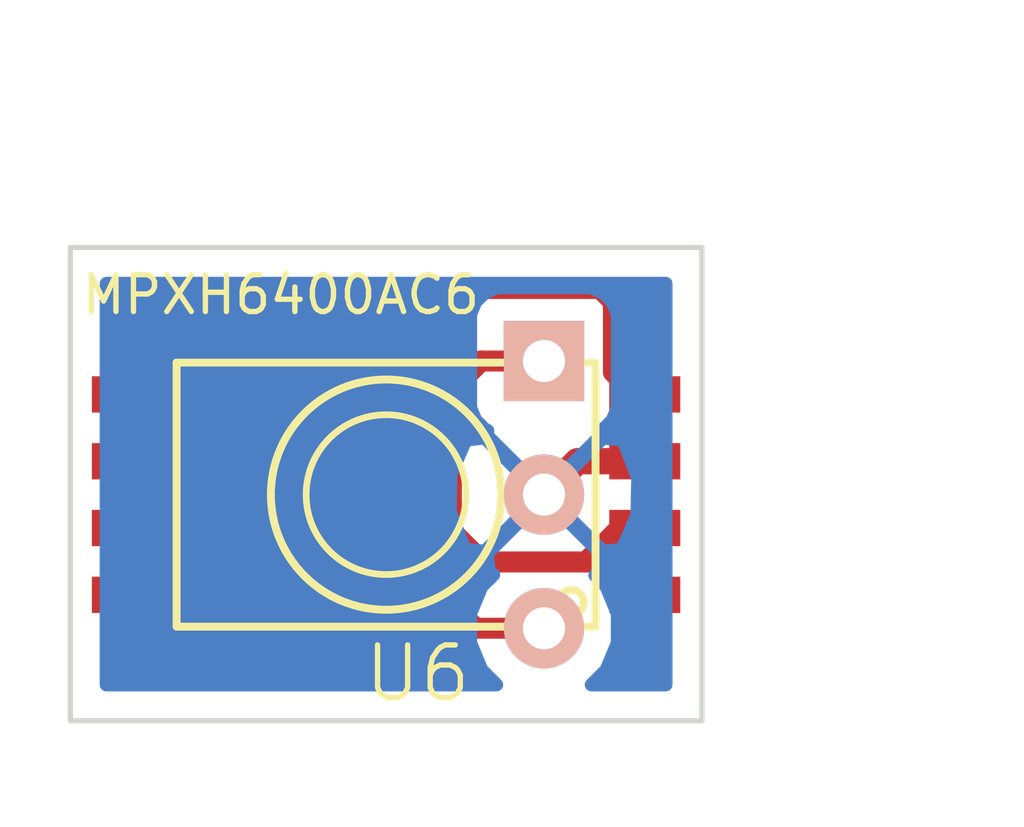
<source format=kicad_pcb>
(kicad_pcb (version 3) (host pcbnew "(2013-jul-07)-stable")

  (general
    (links 3)
    (no_connects 0)
    (area 233.964287 141.950001 256.785715 159.3)
    (thickness 1.6)
    (drawings 7)
    (tracks 18)
    (zones 0)
    (modules 2)
    (nets 4)
  )

  (page A3)
  (layers
    (15 F.Cu signal)
    (0 B.Cu signal)
    (16 B.Adhes user)
    (17 F.Adhes user)
    (18 B.Paste user)
    (19 F.Paste user)
    (20 B.SilkS user)
    (21 F.SilkS user)
    (22 B.Mask user)
    (23 F.Mask user)
    (24 Dwgs.User user)
    (25 Cmts.User user)
    (26 Eco1.User user)
    (27 Eco2.User user)
    (28 Edge.Cuts user)
  )

  (setup
    (last_trace_width 0.254)
    (trace_clearance 0.254)
    (zone_clearance 0.508)
    (zone_45_only no)
    (trace_min 0.254)
    (segment_width 0.2)
    (edge_width 0.1)
    (via_size 0.889)
    (via_drill 0.635)
    (via_min_size 0.889)
    (via_min_drill 0.508)
    (uvia_size 0.508)
    (uvia_drill 0.127)
    (uvias_allowed no)
    (uvia_min_size 0.508)
    (uvia_min_drill 0.127)
    (pcb_text_width 0.3)
    (pcb_text_size 1.5 1.5)
    (mod_edge_width 0.15)
    (mod_text_size 1 1)
    (mod_text_width 0.15)
    (pad_size 1.524 1.524)
    (pad_drill 0.8001)
    (pad_to_mask_clearance 0)
    (aux_axis_origin 0 0)
    (visible_elements 7FFFFFFF)
    (pcbplotparams
      (layerselection 3178497)
      (usegerberextensions true)
      (excludeedgelayer true)
      (linewidth 0.150000)
      (plotframeref false)
      (viasonmask false)
      (mode 1)
      (useauxorigin false)
      (hpglpennumber 1)
      (hpglpenspeed 20)
      (hpglpendiameter 15)
      (hpglpenoverlay 2)
      (psnegative false)
      (psa4output false)
      (plotreference true)
      (plotvalue true)
      (plotothertext true)
      (plotinvisibletext false)
      (padsonsilk false)
      (subtractmaskfromsilk false)
      (outputformat 1)
      (mirror false)
      (drillshape 0)
      (scaleselection 1)
      (outputdirectory Gerber/Adapter/))
  )

  (net 0 "")
  (net 1 /5Vdc)
  (net 2 /GND)
  (net 3 /MAP)

  (net_class Default "This is the default net class."
    (clearance 0.254)
    (trace_width 0.254)
    (via_dia 0.889)
    (via_drill 0.635)
    (uvia_dia 0.508)
    (uvia_drill 0.127)
    (add_net "")
  )

  (net_class SSOP ""
    (clearance 0.254)
    (trace_width 0.4)
    (via_dia 0.889)
    (via_drill 0.635)
    (uvia_dia 0.508)
    (uvia_drill 0.127)
    (add_net /5Vdc)
    (add_net /GND)
    (add_net /MAP)
  )

  (module PIN_ARRAY_3X1 (layer B.Cu) (tedit 539DD97B) (tstamp 539BBEA4)
    (at 244.4 151 270)
    (descr "Connecteur 3 pins")
    (tags "CONN DEV")
    (path /539BCE62)
    (fp_text reference J1 (at -3.4 2 540) (layer B.SilkS) hide
      (effects (font (size 1.016 1.016) (thickness 0.1524)) (justify mirror))
    )
    (fp_text value CONN_3 (at 0 2.159 270) (layer B.SilkS) hide
      (effects (font (size 1.016 1.016) (thickness 0.1524)) (justify mirror))
    )
    (pad 1 thru_hole rect (at -2.54 0 270) (size 1.524 1.524) (drill 0.8001)
      (layers *.Cu *.Mask B.SilkS)
      (net 1 /5Vdc)
    )
    (pad 2 thru_hole circle (at 0 0 270) (size 1.524 1.524) (drill 0.8001)
      (layers *.Cu *.Mask B.SilkS)
      (net 2 /GND)
    )
    (pad 3 thru_hole circle (at 2.54 0 270) (size 1.524 1.524) (drill 0.8001)
      (layers *.Cu *.Mask B.SilkS)
      (net 3 /MAP)
    )
    (model pin_array/pins_array_3x1.wrl
      (at (xyz 0 0 0))
      (scale (xyz 1 1 1))
      (rotate (xyz 0 0 0))
    )
  )

  (module SSOP-8-Freescale (layer F.Cu) (tedit 539BCA4B) (tstamp 539BCBF9)
    (at 241.4 151)
    (path /539BCE53)
    (fp_text reference U6 (at 0.6 3.4) (layer F.SilkS)
      (effects (font (size 1 1) (thickness 0.1016)))
    )
    (fp_text value MPXH6400AC6 (at -2 -3.8) (layer F.SilkS)
      (effects (font (size 0.7 0.7) (thickness 0.1016)))
    )
    (fp_circle (center 0 0) (end 2.15 0.41) (layer F.SilkS) (width 0.15))
    (fp_circle (center 3.52 2.05) (end 3.32 1.92) (layer F.SilkS) (width 0.15))
    (fp_line (start 3.98 2.51) (end 3.98 -2.51) (layer F.SilkS) (width 0.15))
    (fp_line (start 3.98 -2.51) (end -3.98 -2.51) (layer F.SilkS) (width 0.15))
    (fp_line (start -3.98 -2.51) (end -3.98 2.51) (layer F.SilkS) (width 0.15))
    (fp_line (start -3.98 2.51) (end 3.98 2.51) (layer F.SilkS) (width 0.15))
    (fp_circle (center 0 0) (end 1.51892 0) (layer F.SilkS) (width 0.127))
    (pad 1 smd rect (at 4.915 1.905) (size 1.35 0.69)
      (layers F.Cu F.Paste F.Mask)
    )
    (pad 2 smd rect (at 4.915 0.635) (size 1.35 0.69)
      (layers F.Cu F.Paste F.Mask)
      (net 1 /5Vdc)
    )
    (pad 3 smd rect (at 4.915 -0.635) (size 1.35 0.69)
      (layers F.Cu F.Paste F.Mask)
      (net 2 /GND)
    )
    (pad 4 smd rect (at 4.915 -1.905) (size 1.35 0.69)
      (layers F.Cu F.Paste F.Mask)
      (net 3 /MAP)
    )
    (pad 5 smd rect (at -4.915 -1.905) (size 1.35 0.69)
      (layers F.Cu F.Paste F.Mask)
    )
    (pad 6 smd rect (at -4.915 -0.635) (size 1.35 0.69)
      (layers F.Cu F.Paste F.Mask)
    )
    (pad 7 smd rect (at -4.915 0.635) (size 1.35 0.69)
      (layers F.Cu F.Paste F.Mask)
    )
    (pad 8 smd rect (at -4.915 1.905) (size 1.35 0.69)
      (layers F.Cu F.Paste F.Mask)
    )
    (model walter/smd_leds/cree_mc-e.wrl
      (at (xyz 0 0 0))
      (scale (xyz 1 0.85 1.4))
      (rotate (xyz 0 0 180))
    )
  )

  (dimension 9 (width 0.3) (layer Eco1.User)
    (gr_text "9.000 mm" (at 250.85 150.8 90) (layer Eco1.User)
      (effects (font (size 1.5 1.5) (thickness 0.3)))
    )
    (feature1 (pts (xy 247.4 146.3) (xy 252.2 146.3)))
    (feature2 (pts (xy 247.4 155.3) (xy 252.2 155.3)))
    (crossbar (pts (xy 249.5 155.3) (xy 249.5 146.3)))
    (arrow1a (pts (xy 249.5 146.3) (xy 250.08642 147.426503)))
    (arrow1b (pts (xy 249.5 146.3) (xy 248.91358 147.426503)))
    (arrow2a (pts (xy 249.5 155.3) (xy 250.08642 154.173497)))
    (arrow2b (pts (xy 249.5 155.3) (xy 248.91358 154.173497)))
  )
  (gr_line (start 235.4 155.3) (end 235.4 146.3) (angle 90) (layer Edge.Cuts) (width 0.1))
  (gr_line (start 247.4 146.3) (end 247.4 155.3) (angle 90) (layer Edge.Cuts) (width 0.1))
  (gr_line (start 235.4 155.3) (end 247.4 155.3) (angle 90) (layer Edge.Cuts) (width 0.1))
  (gr_line (start 247.4 146.3) (end 235.4 146.3) (angle 90) (layer Edge.Cuts) (width 0.1))
  (dimension 9 (width 0.3) (layer Dwgs.User)
    (gr_text "9.000 mm" (at 239.9 157.949999) (layer Dwgs.User)
      (effects (font (size 1.5 1.5) (thickness 0.3)))
    )
    (feature1 (pts (xy 244.4 155.2) (xy 244.4 159.299999)))
    (feature2 (pts (xy 235.4 155.2) (xy 235.4 159.299999)))
    (crossbar (pts (xy 235.4 156.599999) (xy 244.4 156.599999)))
    (arrow1a (pts (xy 244.4 156.599999) (xy 243.273497 157.186419)))
    (arrow1b (pts (xy 244.4 156.599999) (xy 243.273497 156.013579)))
    (arrow2a (pts (xy 235.4 156.599999) (xy 236.526503 157.186419)))
    (arrow2b (pts (xy 235.4 156.599999) (xy 236.526503 156.013579)))
  )
  (dimension 12 (width 0.3) (layer Eco1.User)
    (gr_text "12.000 mm" (at 241.4 143.450001) (layer Eco1.User)
      (effects (font (size 1.5 1.5) (thickness 0.3)))
    )
    (feature1 (pts (xy 247.4 146.4) (xy 247.4 142.100001)))
    (feature2 (pts (xy 235.4 146.4) (xy 235.4 142.100001)))
    (crossbar (pts (xy 235.4 144.800001) (xy 247.4 144.800001)))
    (arrow1a (pts (xy 247.4 144.800001) (xy 246.273497 145.386421)))
    (arrow1b (pts (xy 247.4 144.800001) (xy 246.273497 144.213581)))
    (arrow2a (pts (xy 235.4 144.800001) (xy 236.526503 145.386421)))
    (arrow2b (pts (xy 235.4 144.800001) (xy 236.526503 144.213581)))
  )

  (segment (start 246.315 151.635) (end 245.845 151.635) (width 0.4) (layer F.Cu) (net 1))
  (segment (start 245.845 151.635) (end 245.2 152.28) (width 0.4) (layer F.Cu) (net 1) (tstamp 539BCB7E))
  (segment (start 243.2 148.46) (end 244.4 148.46) (width 0.4) (layer F.Cu) (net 1) (tstamp 539BCB90))
  (segment (start 242.64 149.02) (end 243.2 148.46) (width 0.4) (layer F.Cu) (net 1) (tstamp 539BCB8E))
  (segment (start 242.64 151.69) (end 242.64 149.02) (width 0.4) (layer F.Cu) (net 1) (tstamp 539BCB8A))
  (segment (start 243.23 152.28) (end 242.64 151.69) (width 0.4) (layer F.Cu) (net 1) (tstamp 539BCB85))
  (segment (start 245.2 152.28) (end 243.23 152.28) (width 0.4) (layer F.Cu) (net 1) (tstamp 539BCB83))
  (segment (start 246.315 150.365) (end 245.035 150.365) (width 0.5) (layer F.Cu) (net 2))
  (segment (start 245.035 150.365) (end 244.4 151) (width 0.5) (layer F.Cu) (net 2) (tstamp 539BCD47))
  (segment (start 243.1 153.54) (end 244.4 153.54) (width 0.4) (layer F.Cu) (net 3) (tstamp 539BCBBA))
  (segment (start 241.72 152.16) (end 243.1 153.54) (width 0.4) (layer F.Cu) (net 3) (tstamp 539BCBB9))
  (segment (start 241.72 147.96) (end 241.72 152.16) (width 0.4) (layer F.Cu) (net 3) (tstamp 539BCBB6))
  (segment (start 242.6 147.08) (end 241.72 147.96) (width 0.4) (layer F.Cu) (net 3) (tstamp 539BCBAF))
  (segment (start 245.47 147.08) (end 242.6 147.08) (width 0.4) (layer F.Cu) (net 3) (tstamp 539BCBAE))
  (segment (start 245.72 147.33) (end 245.47 147.08) (width 0.4) (layer F.Cu) (net 3) (tstamp 539BCBAD))
  (segment (start 245.72 148.67) (end 245.72 147.33) (width 0.4) (layer F.Cu) (net 3) (tstamp 539BCBAB))
  (segment (start 246.315 149.095) (end 246.145 149.095) (width 0.4) (layer F.Cu) (net 3))
  (segment (start 246.145 149.095) (end 245.72 148.67) (width 0.4) (layer F.Cu) (net 3) (tstamp 539BCBA5))

  (zone (net 2) (net_name /GND) (layer B.Cu) (tstamp 539BCD75) (hatch edge 0.508)
    (connect_pads (clearance 0.508))
    (min_thickness 0.254)
    (fill (arc_segments 16) (thermal_gap 0.889) (thermal_bridge_width 0.31496))
    (polygon
      (pts
        (xy 247.4 155.2) (xy 235.4 155.2) (xy 235.4 146.4) (xy 247.4 146.4)
      )
    )
    (filled_polygon
      (pts
        (xy 246.715 154.615) (xy 246.185492 154.615) (xy 246.185492 150.686345) (xy 245.929549 150.026943) (xy 245.88432 149.959253)
        (xy 245.79711 149.949642) (xy 245.79711 149.096245) (xy 245.79711 147.572245) (xy 245.700641 147.338771) (xy 245.522168 147.159987)
        (xy 245.288864 147.063111) (xy 245.036245 147.06289) (xy 243.512245 147.06289) (xy 243.278771 147.159359) (xy 243.099987 147.337832)
        (xy 243.003111 147.571136) (xy 243.00289 147.823755) (xy 243.00289 149.347755) (xy 243.099359 149.581229) (xy 243.277832 149.760013)
        (xy 243.329943 149.781651) (xy 243.319503 149.876397) (xy 244.4 150.956895) (xy 245.480497 149.876397) (xy 245.47007 149.781779)
        (xy 245.521229 149.760641) (xy 245.700013 149.582168) (xy 245.796889 149.348864) (xy 245.79711 149.096245) (xy 245.79711 149.949642)
        (xy 245.523603 149.919503) (xy 244.443105 151) (xy 245.523603 152.080497) (xy 245.88432 152.040747) (xy 246.16961 151.393499)
        (xy 246.185492 150.686345) (xy 246.185492 154.615) (xy 245.300504 154.615) (xy 245.583628 154.33237) (xy 245.796756 153.819099)
        (xy 245.797241 153.263339) (xy 245.585009 152.749697) (xy 245.367426 152.531734) (xy 245.373057 152.529549) (xy 245.440747 152.48432)
        (xy 245.480497 152.123603) (xy 244.4 151.043105) (xy 244.356895 151.08621) (xy 244.356895 151) (xy 243.276397 149.919503)
        (xy 242.91568 149.959253) (xy 242.63039 150.606501) (xy 242.614508 151.313655) (xy 242.870451 151.973057) (xy 242.91568 152.040747)
        (xy 243.276397 152.080497) (xy 244.356895 151) (xy 244.356895 151.08621) (xy 243.319503 152.123603) (xy 243.359253 152.48432)
        (xy 243.443113 152.521283) (xy 243.216372 152.74763) (xy 243.003244 153.260901) (xy 243.002759 153.816661) (xy 243.214991 154.330303)
        (xy 243.499191 154.615) (xy 236.085 154.615) (xy 236.085 146.985) (xy 246.715 146.985) (xy 246.715 154.615)
      )
    )
  )
)

</source>
